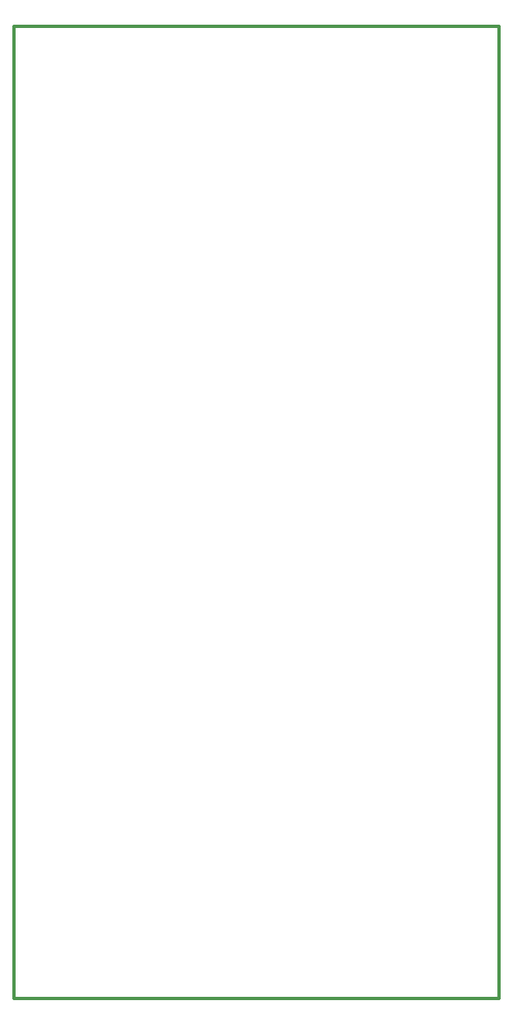
<source format=gko>
G04*
G04 #@! TF.GenerationSoftware,Altium Limited,Altium Designer,20.0.13 (296)*
G04*
G04 Layer_Color=16711935*
%FSLAX44Y44*%
%MOMM*%
G71*
G01*
G75*
%ADD15C,0.3000*%
D15*
X0Y0D02*
X500000D01*
Y1000000D01*
X0D02*
X500000D01*
X0Y0D02*
Y1000000D01*
M02*

</source>
